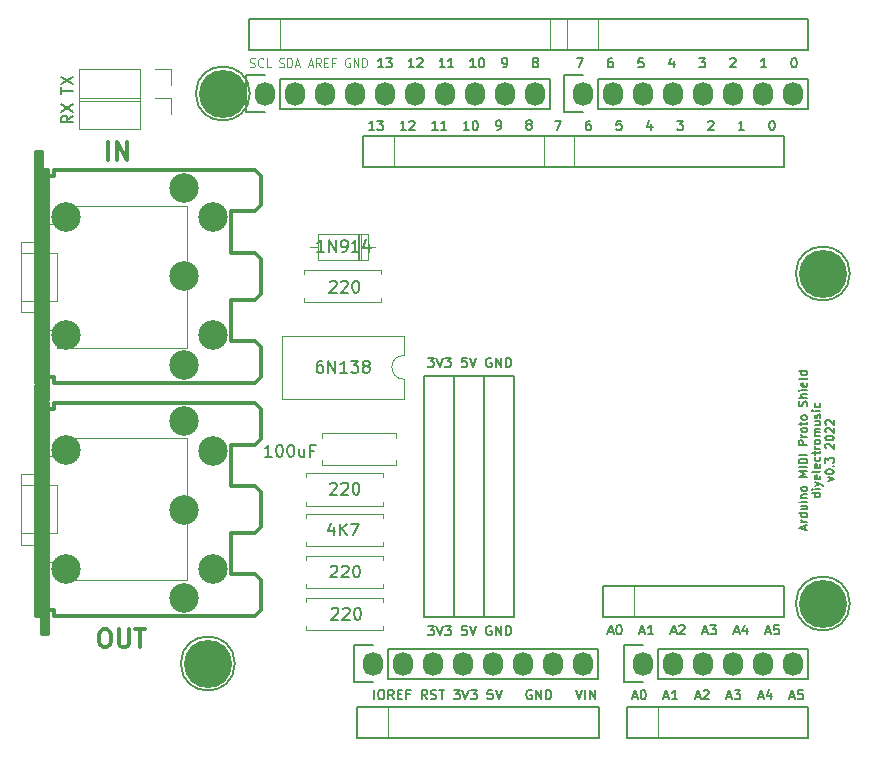
<source format=gbr>
%TF.GenerationSoftware,KiCad,Pcbnew,(6.0.5)*%
%TF.CreationDate,2023-01-02T11:49:04+00:00*%
%TF.ProjectId,ArduinoMIDIProtoShield,41726475-696e-46f4-9d49-444950726f74,rev?*%
%TF.SameCoordinates,Original*%
%TF.FileFunction,Legend,Top*%
%TF.FilePolarity,Positive*%
%FSLAX46Y46*%
G04 Gerber Fmt 4.6, Leading zero omitted, Abs format (unit mm)*
G04 Created by KiCad (PCBNEW (6.0.5)) date 2023-01-02 11:49:04*
%MOMM*%
%LPD*%
G01*
G04 APERTURE LIST*
%ADD10C,0.150000*%
%ADD11C,0.120000*%
%ADD12C,0.100000*%
%ADD13C,0.304800*%
%ADD14O,1.727200X2.032000*%
%ADD15C,4.064000*%
%ADD16C,2.499360*%
G04 APERTURE END LIST*
D10*
X143599342Y-97931904D02*
X144094580Y-97931904D01*
X143827914Y-98236666D01*
X143942200Y-98236666D01*
X144018390Y-98274761D01*
X144056485Y-98312857D01*
X144094580Y-98389047D01*
X144094580Y-98579523D01*
X144056485Y-98655714D01*
X144018390Y-98693809D01*
X143942200Y-98731904D01*
X143713628Y-98731904D01*
X143637438Y-98693809D01*
X143599342Y-98655714D01*
X144323152Y-97931904D02*
X144589819Y-98731904D01*
X144856485Y-97931904D01*
X145046961Y-97931904D02*
X145542200Y-97931904D01*
X145275533Y-98236666D01*
X145389819Y-98236666D01*
X145466009Y-98274761D01*
X145504104Y-98312857D01*
X145542200Y-98389047D01*
X145542200Y-98579523D01*
X145504104Y-98655714D01*
X145466009Y-98693809D01*
X145389819Y-98731904D01*
X145161247Y-98731904D01*
X145085057Y-98693809D01*
X145046961Y-98655714D01*
X146875533Y-97931904D02*
X146494580Y-97931904D01*
X146456485Y-98312857D01*
X146494580Y-98274761D01*
X146570771Y-98236666D01*
X146761247Y-98236666D01*
X146837438Y-98274761D01*
X146875533Y-98312857D01*
X146913628Y-98389047D01*
X146913628Y-98579523D01*
X146875533Y-98655714D01*
X146837438Y-98693809D01*
X146761247Y-98731904D01*
X146570771Y-98731904D01*
X146494580Y-98693809D01*
X146456485Y-98655714D01*
X147142200Y-97931904D02*
X147408866Y-98731904D01*
X147675533Y-97931904D01*
X148970771Y-97970000D02*
X148894580Y-97931904D01*
X148780295Y-97931904D01*
X148666009Y-97970000D01*
X148589819Y-98046190D01*
X148551723Y-98122380D01*
X148513628Y-98274761D01*
X148513628Y-98389047D01*
X148551723Y-98541428D01*
X148589819Y-98617619D01*
X148666009Y-98693809D01*
X148780295Y-98731904D01*
X148856485Y-98731904D01*
X148970771Y-98693809D01*
X149008866Y-98655714D01*
X149008866Y-98389047D01*
X148856485Y-98389047D01*
X149351723Y-98731904D02*
X149351723Y-97931904D01*
X149808866Y-98731904D01*
X149808866Y-97931904D01*
X150189819Y-98731904D02*
X150189819Y-97931904D01*
X150380295Y-97931904D01*
X150494580Y-97970000D01*
X150570771Y-98046190D01*
X150608866Y-98122380D01*
X150646961Y-98274761D01*
X150646961Y-98389047D01*
X150608866Y-98541428D01*
X150570771Y-98617619D01*
X150494580Y-98693809D01*
X150380295Y-98731904D01*
X150189819Y-98731904D01*
D11*
X155388000Y-70586000D02*
X155388000Y-69280000D01*
D10*
X158060000Y-130135000D02*
X137610000Y-130135000D01*
X137610000Y-130135000D02*
X137610000Y-127505000D01*
X137610000Y-127505000D02*
X158060000Y-127505000D01*
X158060000Y-127505000D02*
X158060000Y-130135000D01*
X175828000Y-130140000D02*
X160458000Y-130140000D01*
X160458000Y-130140000D02*
X160458000Y-127510000D01*
X160458000Y-127510000D02*
X175828000Y-127510000D01*
X175828000Y-127510000D02*
X175828000Y-130140000D01*
X173790000Y-119910000D02*
X158420000Y-119910000D01*
X158420000Y-119910000D02*
X158420000Y-117280000D01*
X158420000Y-117280000D02*
X173790000Y-117280000D01*
X173790000Y-117280000D02*
X173790000Y-119910000D01*
X175820000Y-71900000D02*
X128460000Y-71900000D01*
X128460000Y-71900000D02*
X128460000Y-69270000D01*
X128460000Y-69270000D02*
X175820000Y-69270000D01*
X175820000Y-69270000D02*
X175820000Y-71900000D01*
X173790000Y-81800000D02*
X138110000Y-81800000D01*
X138110000Y-81800000D02*
X138110000Y-79170000D01*
X138110000Y-79170000D02*
X173790000Y-79170000D01*
X173790000Y-79170000D02*
X173790000Y-81800000D01*
X139047619Y-126861904D02*
X139047619Y-126061904D01*
X139580952Y-126061904D02*
X139733333Y-126061904D01*
X139809523Y-126100000D01*
X139885714Y-126176190D01*
X139923809Y-126328571D01*
X139923809Y-126595238D01*
X139885714Y-126747619D01*
X139809523Y-126823809D01*
X139733333Y-126861904D01*
X139580952Y-126861904D01*
X139504761Y-126823809D01*
X139428571Y-126747619D01*
X139390476Y-126595238D01*
X139390476Y-126328571D01*
X139428571Y-126176190D01*
X139504761Y-126100000D01*
X139580952Y-126061904D01*
X140723809Y-126861904D02*
X140457142Y-126480952D01*
X140266666Y-126861904D02*
X140266666Y-126061904D01*
X140571428Y-126061904D01*
X140647619Y-126100000D01*
X140685714Y-126138095D01*
X140723809Y-126214285D01*
X140723809Y-126328571D01*
X140685714Y-126404761D01*
X140647619Y-126442857D01*
X140571428Y-126480952D01*
X140266666Y-126480952D01*
X141066666Y-126442857D02*
X141333333Y-126442857D01*
X141447619Y-126861904D02*
X141066666Y-126861904D01*
X141066666Y-126061904D01*
X141447619Y-126061904D01*
X142057142Y-126442857D02*
X141790476Y-126442857D01*
X141790476Y-126861904D02*
X141790476Y-126061904D01*
X142171428Y-126061904D01*
X143542857Y-126861904D02*
X143276190Y-126480952D01*
X143085714Y-126861904D02*
X143085714Y-126061904D01*
X143390476Y-126061904D01*
X143466666Y-126100000D01*
X143504761Y-126138095D01*
X143542857Y-126214285D01*
X143542857Y-126328571D01*
X143504761Y-126404761D01*
X143466666Y-126442857D01*
X143390476Y-126480952D01*
X143085714Y-126480952D01*
X143847619Y-126823809D02*
X143961904Y-126861904D01*
X144152380Y-126861904D01*
X144228571Y-126823809D01*
X144266666Y-126785714D01*
X144304761Y-126709523D01*
X144304761Y-126633333D01*
X144266666Y-126557142D01*
X144228571Y-126519047D01*
X144152380Y-126480952D01*
X144000000Y-126442857D01*
X143923809Y-126404761D01*
X143885714Y-126366666D01*
X143847619Y-126290476D01*
X143847619Y-126214285D01*
X143885714Y-126138095D01*
X143923809Y-126100000D01*
X144000000Y-126061904D01*
X144190476Y-126061904D01*
X144304761Y-126100000D01*
X144533333Y-126061904D02*
X144990476Y-126061904D01*
X144761904Y-126861904D02*
X144761904Y-126061904D01*
X145790476Y-126061904D02*
X146285714Y-126061904D01*
X146019047Y-126366666D01*
X146133333Y-126366666D01*
X146209523Y-126404761D01*
X146247619Y-126442857D01*
X146285714Y-126519047D01*
X146285714Y-126709523D01*
X146247619Y-126785714D01*
X146209523Y-126823809D01*
X146133333Y-126861904D01*
X145904761Y-126861904D01*
X145828571Y-126823809D01*
X145790476Y-126785714D01*
X146514285Y-126061904D02*
X146780952Y-126861904D01*
X147047619Y-126061904D01*
X147238095Y-126061904D02*
X147733333Y-126061904D01*
X147466666Y-126366666D01*
X147580952Y-126366666D01*
X147657142Y-126404761D01*
X147695238Y-126442857D01*
X147733333Y-126519047D01*
X147733333Y-126709523D01*
X147695238Y-126785714D01*
X147657142Y-126823809D01*
X147580952Y-126861904D01*
X147352380Y-126861904D01*
X147276190Y-126823809D01*
X147238095Y-126785714D01*
X149066666Y-126061904D02*
X148685714Y-126061904D01*
X148647619Y-126442857D01*
X148685714Y-126404761D01*
X148761904Y-126366666D01*
X148952380Y-126366666D01*
X149028571Y-126404761D01*
X149066666Y-126442857D01*
X149104761Y-126519047D01*
X149104761Y-126709523D01*
X149066666Y-126785714D01*
X149028571Y-126823809D01*
X148952380Y-126861904D01*
X148761904Y-126861904D01*
X148685714Y-126823809D01*
X148647619Y-126785714D01*
X149333333Y-126061904D02*
X149600000Y-126861904D01*
X149866666Y-126061904D01*
X152380952Y-126100000D02*
X152304761Y-126061904D01*
X152190476Y-126061904D01*
X152076190Y-126100000D01*
X152000000Y-126176190D01*
X151961904Y-126252380D01*
X151923809Y-126404761D01*
X151923809Y-126519047D01*
X151961904Y-126671428D01*
X152000000Y-126747619D01*
X152076190Y-126823809D01*
X152190476Y-126861904D01*
X152266666Y-126861904D01*
X152380952Y-126823809D01*
X152419047Y-126785714D01*
X152419047Y-126519047D01*
X152266666Y-126519047D01*
X152761904Y-126861904D02*
X152761904Y-126061904D01*
X153219047Y-126861904D01*
X153219047Y-126061904D01*
X153600000Y-126861904D02*
X153600000Y-126061904D01*
X153790476Y-126061904D01*
X153904761Y-126100000D01*
X153980952Y-126176190D01*
X154019047Y-126252380D01*
X154057142Y-126404761D01*
X154057142Y-126519047D01*
X154019047Y-126671428D01*
X153980952Y-126747619D01*
X153904761Y-126823809D01*
X153790476Y-126861904D01*
X153600000Y-126861904D01*
X156114285Y-126061904D02*
X156380952Y-126861904D01*
X156647619Y-126061904D01*
X156914285Y-126861904D02*
X156914285Y-126061904D01*
X157295238Y-126861904D02*
X157295238Y-126061904D01*
X157752380Y-126861904D01*
X157752380Y-126061904D01*
X160921904Y-126633333D02*
X161302857Y-126633333D01*
X160845714Y-126861904D02*
X161112380Y-126061904D01*
X161379047Y-126861904D01*
X161798095Y-126061904D02*
X161874285Y-126061904D01*
X161950476Y-126100000D01*
X161988571Y-126138095D01*
X162026666Y-126214285D01*
X162064761Y-126366666D01*
X162064761Y-126557142D01*
X162026666Y-126709523D01*
X161988571Y-126785714D01*
X161950476Y-126823809D01*
X161874285Y-126861904D01*
X161798095Y-126861904D01*
X161721904Y-126823809D01*
X161683809Y-126785714D01*
X161645714Y-126709523D01*
X161607619Y-126557142D01*
X161607619Y-126366666D01*
X161645714Y-126214285D01*
X161683809Y-126138095D01*
X161721904Y-126100000D01*
X161798095Y-126061904D01*
X163588571Y-126633333D02*
X163969523Y-126633333D01*
X163512380Y-126861904D02*
X163779047Y-126061904D01*
X164045714Y-126861904D01*
X164731428Y-126861904D02*
X164274285Y-126861904D01*
X164502857Y-126861904D02*
X164502857Y-126061904D01*
X164426666Y-126176190D01*
X164350476Y-126252380D01*
X164274285Y-126290476D01*
X166255238Y-126633333D02*
X166636190Y-126633333D01*
X166179047Y-126861904D02*
X166445714Y-126061904D01*
X166712380Y-126861904D01*
X166940952Y-126138095D02*
X166979047Y-126100000D01*
X167055238Y-126061904D01*
X167245714Y-126061904D01*
X167321904Y-126100000D01*
X167360000Y-126138095D01*
X167398095Y-126214285D01*
X167398095Y-126290476D01*
X167360000Y-126404761D01*
X166902857Y-126861904D01*
X167398095Y-126861904D01*
X168921904Y-126633333D02*
X169302857Y-126633333D01*
X168845714Y-126861904D02*
X169112380Y-126061904D01*
X169379047Y-126861904D01*
X169569523Y-126061904D02*
X170064761Y-126061904D01*
X169798095Y-126366666D01*
X169912380Y-126366666D01*
X169988571Y-126404761D01*
X170026666Y-126442857D01*
X170064761Y-126519047D01*
X170064761Y-126709523D01*
X170026666Y-126785714D01*
X169988571Y-126823809D01*
X169912380Y-126861904D01*
X169683809Y-126861904D01*
X169607619Y-126823809D01*
X169569523Y-126785714D01*
X171588571Y-126633333D02*
X171969523Y-126633333D01*
X171512380Y-126861904D02*
X171779047Y-126061904D01*
X172045714Y-126861904D01*
X172655238Y-126328571D02*
X172655238Y-126861904D01*
X172464761Y-126023809D02*
X172274285Y-126595238D01*
X172769523Y-126595238D01*
X174255238Y-126633333D02*
X174636190Y-126633333D01*
X174179047Y-126861904D02*
X174445714Y-126061904D01*
X174712380Y-126861904D01*
X175360000Y-126061904D02*
X174979047Y-126061904D01*
X174940952Y-126442857D01*
X174979047Y-126404761D01*
X175055238Y-126366666D01*
X175245714Y-126366666D01*
X175321904Y-126404761D01*
X175360000Y-126442857D01*
X175398095Y-126519047D01*
X175398095Y-126709523D01*
X175360000Y-126785714D01*
X175321904Y-126823809D01*
X175245714Y-126861904D01*
X175055238Y-126861904D01*
X174979047Y-126823809D01*
X174940952Y-126785714D01*
D12*
X128550000Y-73323809D02*
X128650000Y-73361904D01*
X128816666Y-73361904D01*
X128883333Y-73323809D01*
X128916666Y-73285714D01*
X128950000Y-73209523D01*
X128950000Y-73133333D01*
X128916666Y-73057142D01*
X128883333Y-73019047D01*
X128816666Y-72980952D01*
X128683333Y-72942857D01*
X128616666Y-72904761D01*
X128583333Y-72866666D01*
X128550000Y-72790476D01*
X128550000Y-72714285D01*
X128583333Y-72638095D01*
X128616666Y-72600000D01*
X128683333Y-72561904D01*
X128850000Y-72561904D01*
X128950000Y-72600000D01*
X129650000Y-73285714D02*
X129616666Y-73323809D01*
X129516666Y-73361904D01*
X129450000Y-73361904D01*
X129350000Y-73323809D01*
X129283333Y-73247619D01*
X129250000Y-73171428D01*
X129216666Y-73019047D01*
X129216666Y-72904761D01*
X129250000Y-72752380D01*
X129283333Y-72676190D01*
X129350000Y-72600000D01*
X129450000Y-72561904D01*
X129516666Y-72561904D01*
X129616666Y-72600000D01*
X129650000Y-72638095D01*
X130283333Y-73361904D02*
X129950000Y-73361904D01*
X129950000Y-72561904D01*
X131016666Y-73323809D02*
X131116666Y-73361904D01*
X131283333Y-73361904D01*
X131350000Y-73323809D01*
X131383333Y-73285714D01*
X131416666Y-73209523D01*
X131416666Y-73133333D01*
X131383333Y-73057142D01*
X131350000Y-73019047D01*
X131283333Y-72980952D01*
X131150000Y-72942857D01*
X131083333Y-72904761D01*
X131050000Y-72866666D01*
X131016666Y-72790476D01*
X131016666Y-72714285D01*
X131050000Y-72638095D01*
X131083333Y-72600000D01*
X131150000Y-72561904D01*
X131316666Y-72561904D01*
X131416666Y-72600000D01*
X131716666Y-73361904D02*
X131716666Y-72561904D01*
X131883333Y-72561904D01*
X131983333Y-72600000D01*
X132050000Y-72676190D01*
X132083333Y-72752380D01*
X132116666Y-72904761D01*
X132116666Y-73019047D01*
X132083333Y-73171428D01*
X132050000Y-73247619D01*
X131983333Y-73323809D01*
X131883333Y-73361904D01*
X131716666Y-73361904D01*
X132383333Y-73133333D02*
X132716666Y-73133333D01*
X132316666Y-73361904D02*
X132550000Y-72561904D01*
X132783333Y-73361904D01*
X133516666Y-73133333D02*
X133850000Y-73133333D01*
X133450000Y-73361904D02*
X133683333Y-72561904D01*
X133916666Y-73361904D01*
X134550000Y-73361904D02*
X134316666Y-72980952D01*
X134150000Y-73361904D02*
X134150000Y-72561904D01*
X134416666Y-72561904D01*
X134483333Y-72600000D01*
X134516666Y-72638095D01*
X134550000Y-72714285D01*
X134550000Y-72828571D01*
X134516666Y-72904761D01*
X134483333Y-72942857D01*
X134416666Y-72980952D01*
X134150000Y-72980952D01*
X134850000Y-72942857D02*
X135083333Y-72942857D01*
X135183333Y-73361904D02*
X134850000Y-73361904D01*
X134850000Y-72561904D01*
X135183333Y-72561904D01*
X135716666Y-72942857D02*
X135483333Y-72942857D01*
X135483333Y-73361904D02*
X135483333Y-72561904D01*
X135816666Y-72561904D01*
X136983333Y-72600000D02*
X136916666Y-72561904D01*
X136816666Y-72561904D01*
X136716666Y-72600000D01*
X136650000Y-72676190D01*
X136616666Y-72752380D01*
X136583333Y-72904761D01*
X136583333Y-73019047D01*
X136616666Y-73171428D01*
X136650000Y-73247619D01*
X136716666Y-73323809D01*
X136816666Y-73361904D01*
X136883333Y-73361904D01*
X136983333Y-73323809D01*
X137016666Y-73285714D01*
X137016666Y-73019047D01*
X136883333Y-73019047D01*
X137316666Y-73361904D02*
X137316666Y-72561904D01*
X137716666Y-73361904D01*
X137716666Y-72561904D01*
X138050000Y-73361904D02*
X138050000Y-72561904D01*
X138216666Y-72561904D01*
X138316666Y-72600000D01*
X138383333Y-72676190D01*
X138416666Y-72752380D01*
X138450000Y-72904761D01*
X138450000Y-73019047D01*
X138416666Y-73171428D01*
X138383333Y-73247619D01*
X138316666Y-73323809D01*
X138216666Y-73361904D01*
X138050000Y-73361904D01*
D10*
X139826666Y-73361904D02*
X139392380Y-73361904D01*
X139609523Y-73361904D02*
X139609523Y-72561904D01*
X139537142Y-72676190D01*
X139464761Y-72752380D01*
X139392380Y-72790476D01*
X140080000Y-72561904D02*
X140550476Y-72561904D01*
X140297142Y-72866666D01*
X140405714Y-72866666D01*
X140478095Y-72904761D01*
X140514285Y-72942857D01*
X140550476Y-73019047D01*
X140550476Y-73209523D01*
X140514285Y-73285714D01*
X140478095Y-73323809D01*
X140405714Y-73361904D01*
X140188571Y-73361904D01*
X140116190Y-73323809D01*
X140080000Y-73285714D01*
X142432380Y-73361904D02*
X141998095Y-73361904D01*
X142215238Y-73361904D02*
X142215238Y-72561904D01*
X142142857Y-72676190D01*
X142070476Y-72752380D01*
X141998095Y-72790476D01*
X142721904Y-72638095D02*
X142758095Y-72600000D01*
X142830476Y-72561904D01*
X143011428Y-72561904D01*
X143083809Y-72600000D01*
X143120000Y-72638095D01*
X143156190Y-72714285D01*
X143156190Y-72790476D01*
X143120000Y-72904761D01*
X142685714Y-73361904D01*
X143156190Y-73361904D01*
X145038095Y-73361904D02*
X144603809Y-73361904D01*
X144820952Y-73361904D02*
X144820952Y-72561904D01*
X144748571Y-72676190D01*
X144676190Y-72752380D01*
X144603809Y-72790476D01*
X145761904Y-73361904D02*
X145327619Y-73361904D01*
X145544761Y-73361904D02*
X145544761Y-72561904D01*
X145472380Y-72676190D01*
X145400000Y-72752380D01*
X145327619Y-72790476D01*
X147643809Y-73361904D02*
X147209523Y-73361904D01*
X147426666Y-73361904D02*
X147426666Y-72561904D01*
X147354285Y-72676190D01*
X147281904Y-72752380D01*
X147209523Y-72790476D01*
X148114285Y-72561904D02*
X148186666Y-72561904D01*
X148259047Y-72600000D01*
X148295238Y-72638095D01*
X148331428Y-72714285D01*
X148367619Y-72866666D01*
X148367619Y-73057142D01*
X148331428Y-73209523D01*
X148295238Y-73285714D01*
X148259047Y-73323809D01*
X148186666Y-73361904D01*
X148114285Y-73361904D01*
X148041904Y-73323809D01*
X148005714Y-73285714D01*
X147969523Y-73209523D01*
X147933333Y-73057142D01*
X147933333Y-72866666D01*
X147969523Y-72714285D01*
X148005714Y-72638095D01*
X148041904Y-72600000D01*
X148114285Y-72561904D01*
X149952380Y-73361904D02*
X150104761Y-73361904D01*
X150180952Y-73323809D01*
X150219047Y-73285714D01*
X150295238Y-73171428D01*
X150333333Y-73019047D01*
X150333333Y-72714285D01*
X150295238Y-72638095D01*
X150257142Y-72600000D01*
X150180952Y-72561904D01*
X150028571Y-72561904D01*
X149952380Y-72600000D01*
X149914285Y-72638095D01*
X149876190Y-72714285D01*
X149876190Y-72904761D01*
X149914285Y-72980952D01*
X149952380Y-73019047D01*
X150028571Y-73057142D01*
X150180952Y-73057142D01*
X150257142Y-73019047D01*
X150295238Y-72980952D01*
X150333333Y-72904761D01*
X152619047Y-72904761D02*
X152542857Y-72866666D01*
X152504761Y-72828571D01*
X152466666Y-72752380D01*
X152466666Y-72714285D01*
X152504761Y-72638095D01*
X152542857Y-72600000D01*
X152619047Y-72561904D01*
X152771428Y-72561904D01*
X152847619Y-72600000D01*
X152885714Y-72638095D01*
X152923809Y-72714285D01*
X152923809Y-72752380D01*
X152885714Y-72828571D01*
X152847619Y-72866666D01*
X152771428Y-72904761D01*
X152619047Y-72904761D01*
X152542857Y-72942857D01*
X152504761Y-72980952D01*
X152466666Y-73057142D01*
X152466666Y-73209523D01*
X152504761Y-73285714D01*
X152542857Y-73323809D01*
X152619047Y-73361904D01*
X152771428Y-73361904D01*
X152847619Y-73323809D01*
X152885714Y-73285714D01*
X152923809Y-73209523D01*
X152923809Y-73057142D01*
X152885714Y-72980952D01*
X152847619Y-72942857D01*
X152771428Y-72904761D01*
X156216666Y-72561904D02*
X156750000Y-72561904D01*
X156407142Y-73361904D01*
X159226190Y-72561904D02*
X159073809Y-72561904D01*
X158997619Y-72600000D01*
X158959523Y-72638095D01*
X158883333Y-72752380D01*
X158845238Y-72904761D01*
X158845238Y-73209523D01*
X158883333Y-73285714D01*
X158921428Y-73323809D01*
X158997619Y-73361904D01*
X159150000Y-73361904D01*
X159226190Y-73323809D01*
X159264285Y-73285714D01*
X159302380Y-73209523D01*
X159302380Y-73019047D01*
X159264285Y-72942857D01*
X159226190Y-72904761D01*
X159150000Y-72866666D01*
X158997619Y-72866666D01*
X158921428Y-72904761D01*
X158883333Y-72942857D01*
X158845238Y-73019047D01*
X161854761Y-72561904D02*
X161473809Y-72561904D01*
X161435714Y-72942857D01*
X161473809Y-72904761D01*
X161550000Y-72866666D01*
X161740476Y-72866666D01*
X161816666Y-72904761D01*
X161854761Y-72942857D01*
X161892857Y-73019047D01*
X161892857Y-73209523D01*
X161854761Y-73285714D01*
X161816666Y-73323809D01*
X161740476Y-73361904D01*
X161550000Y-73361904D01*
X161473809Y-73323809D01*
X161435714Y-73285714D01*
X164407142Y-72828571D02*
X164407142Y-73361904D01*
X164216666Y-72523809D02*
X164026190Y-73095238D01*
X164521428Y-73095238D01*
X166578571Y-72561904D02*
X167073809Y-72561904D01*
X166807142Y-72866666D01*
X166921428Y-72866666D01*
X166997619Y-72904761D01*
X167035714Y-72942857D01*
X167073809Y-73019047D01*
X167073809Y-73209523D01*
X167035714Y-73285714D01*
X166997619Y-73323809D01*
X166921428Y-73361904D01*
X166692857Y-73361904D01*
X166616666Y-73323809D01*
X166578571Y-73285714D01*
X169207142Y-72638095D02*
X169245238Y-72600000D01*
X169321428Y-72561904D01*
X169511904Y-72561904D01*
X169588095Y-72600000D01*
X169626190Y-72638095D01*
X169664285Y-72714285D01*
X169664285Y-72790476D01*
X169626190Y-72904761D01*
X169169047Y-73361904D01*
X169664285Y-73361904D01*
X172254761Y-73361904D02*
X171797619Y-73361904D01*
X172026190Y-73361904D02*
X172026190Y-72561904D01*
X171950000Y-72676190D01*
X171873809Y-72752380D01*
X171797619Y-72790476D01*
X174578571Y-72561904D02*
X174654761Y-72561904D01*
X174730952Y-72600000D01*
X174769047Y-72638095D01*
X174807142Y-72714285D01*
X174845238Y-72866666D01*
X174845238Y-73057142D01*
X174807142Y-73209523D01*
X174769047Y-73285714D01*
X174730952Y-73323809D01*
X174654761Y-73361904D01*
X174578571Y-73361904D01*
X174502380Y-73323809D01*
X174464285Y-73285714D01*
X174426190Y-73209523D01*
X174388095Y-73057142D01*
X174388095Y-72866666D01*
X174426190Y-72714285D01*
X174464285Y-72638095D01*
X174502380Y-72600000D01*
X174578571Y-72561904D01*
X143256000Y-119913400D02*
X145846800Y-119913400D01*
X145846800Y-119913400D02*
X145846800Y-99491800D01*
X145846800Y-99491800D02*
X143256000Y-99491800D01*
X143256000Y-99491800D02*
X143256000Y-119913400D01*
X145821400Y-119913400D02*
X148361400Y-119913400D01*
X148361400Y-119913400D02*
X148361400Y-99491800D01*
X148361400Y-99491800D02*
X145821400Y-99491800D01*
X145821400Y-99491800D02*
X145821400Y-119913400D01*
X148361400Y-119913400D02*
X150901400Y-119913400D01*
X150901400Y-119913400D02*
X150901400Y-99491800D01*
X150901400Y-99491800D02*
X148361400Y-99491800D01*
X148361400Y-99491800D02*
X148361400Y-119913400D01*
X158877904Y-121138933D02*
X159258857Y-121138933D01*
X158801714Y-121367504D02*
X159068380Y-120567504D01*
X159335047Y-121367504D01*
X159754095Y-120567504D02*
X159830285Y-120567504D01*
X159906476Y-120605600D01*
X159944571Y-120643695D01*
X159982666Y-120719885D01*
X160020761Y-120872266D01*
X160020761Y-121062742D01*
X159982666Y-121215123D01*
X159944571Y-121291314D01*
X159906476Y-121329409D01*
X159830285Y-121367504D01*
X159754095Y-121367504D01*
X159677904Y-121329409D01*
X159639809Y-121291314D01*
X159601714Y-121215123D01*
X159563619Y-121062742D01*
X159563619Y-120872266D01*
X159601714Y-120719885D01*
X159639809Y-120643695D01*
X159677904Y-120605600D01*
X159754095Y-120567504D01*
X161544571Y-121138933D02*
X161925523Y-121138933D01*
X161468380Y-121367504D02*
X161735047Y-120567504D01*
X162001714Y-121367504D01*
X162687428Y-121367504D02*
X162230285Y-121367504D01*
X162458857Y-121367504D02*
X162458857Y-120567504D01*
X162382666Y-120681790D01*
X162306476Y-120757980D01*
X162230285Y-120796076D01*
X164211238Y-121138933D02*
X164592190Y-121138933D01*
X164135047Y-121367504D02*
X164401714Y-120567504D01*
X164668380Y-121367504D01*
X164896952Y-120643695D02*
X164935047Y-120605600D01*
X165011238Y-120567504D01*
X165201714Y-120567504D01*
X165277904Y-120605600D01*
X165316000Y-120643695D01*
X165354095Y-120719885D01*
X165354095Y-120796076D01*
X165316000Y-120910361D01*
X164858857Y-121367504D01*
X165354095Y-121367504D01*
X166877904Y-121138933D02*
X167258857Y-121138933D01*
X166801714Y-121367504D02*
X167068380Y-120567504D01*
X167335047Y-121367504D01*
X167525523Y-120567504D02*
X168020761Y-120567504D01*
X167754095Y-120872266D01*
X167868380Y-120872266D01*
X167944571Y-120910361D01*
X167982666Y-120948457D01*
X168020761Y-121024647D01*
X168020761Y-121215123D01*
X167982666Y-121291314D01*
X167944571Y-121329409D01*
X167868380Y-121367504D01*
X167639809Y-121367504D01*
X167563619Y-121329409D01*
X167525523Y-121291314D01*
X169544571Y-121138933D02*
X169925523Y-121138933D01*
X169468380Y-121367504D02*
X169735047Y-120567504D01*
X170001714Y-121367504D01*
X170611238Y-120834171D02*
X170611238Y-121367504D01*
X170420761Y-120529409D02*
X170230285Y-121100838D01*
X170725523Y-121100838D01*
X172211238Y-121138933D02*
X172592190Y-121138933D01*
X172135047Y-121367504D02*
X172401714Y-120567504D01*
X172668380Y-121367504D01*
X173316000Y-120567504D02*
X172935047Y-120567504D01*
X172896952Y-120948457D01*
X172935047Y-120910361D01*
X173011238Y-120872266D01*
X173201714Y-120872266D01*
X173277904Y-120910361D01*
X173316000Y-120948457D01*
X173354095Y-121024647D01*
X173354095Y-121215123D01*
X173316000Y-121291314D01*
X173277904Y-121329409D01*
X173201714Y-121367504D01*
X173011238Y-121367504D01*
X172935047Y-121329409D01*
X172896952Y-121291314D01*
X154344266Y-77870104D02*
X154877600Y-77870104D01*
X154534742Y-78670104D01*
X157353790Y-77870104D02*
X157201409Y-77870104D01*
X157125219Y-77908200D01*
X157087123Y-77946295D01*
X157010933Y-78060580D01*
X156972838Y-78212961D01*
X156972838Y-78517723D01*
X157010933Y-78593914D01*
X157049028Y-78632009D01*
X157125219Y-78670104D01*
X157277600Y-78670104D01*
X157353790Y-78632009D01*
X157391885Y-78593914D01*
X157429980Y-78517723D01*
X157429980Y-78327247D01*
X157391885Y-78251057D01*
X157353790Y-78212961D01*
X157277600Y-78174866D01*
X157125219Y-78174866D01*
X157049028Y-78212961D01*
X157010933Y-78251057D01*
X156972838Y-78327247D01*
X159982361Y-77870104D02*
X159601409Y-77870104D01*
X159563314Y-78251057D01*
X159601409Y-78212961D01*
X159677600Y-78174866D01*
X159868076Y-78174866D01*
X159944266Y-78212961D01*
X159982361Y-78251057D01*
X160020457Y-78327247D01*
X160020457Y-78517723D01*
X159982361Y-78593914D01*
X159944266Y-78632009D01*
X159868076Y-78670104D01*
X159677600Y-78670104D01*
X159601409Y-78632009D01*
X159563314Y-78593914D01*
X162534742Y-78136771D02*
X162534742Y-78670104D01*
X162344266Y-77832009D02*
X162153790Y-78403438D01*
X162649028Y-78403438D01*
X164706171Y-77870104D02*
X165201409Y-77870104D01*
X164934742Y-78174866D01*
X165049028Y-78174866D01*
X165125219Y-78212961D01*
X165163314Y-78251057D01*
X165201409Y-78327247D01*
X165201409Y-78517723D01*
X165163314Y-78593914D01*
X165125219Y-78632009D01*
X165049028Y-78670104D01*
X164820457Y-78670104D01*
X164744266Y-78632009D01*
X164706171Y-78593914D01*
X167334742Y-77946295D02*
X167372838Y-77908200D01*
X167449028Y-77870104D01*
X167639504Y-77870104D01*
X167715695Y-77908200D01*
X167753790Y-77946295D01*
X167791885Y-78022485D01*
X167791885Y-78098676D01*
X167753790Y-78212961D01*
X167296647Y-78670104D01*
X167791885Y-78670104D01*
X170382361Y-78670104D02*
X169925219Y-78670104D01*
X170153790Y-78670104D02*
X170153790Y-77870104D01*
X170077600Y-77984390D01*
X170001409Y-78060580D01*
X169925219Y-78098676D01*
X172706171Y-77870104D02*
X172782361Y-77870104D01*
X172858552Y-77908200D01*
X172896647Y-77946295D01*
X172934742Y-78022485D01*
X172972838Y-78174866D01*
X172972838Y-78365342D01*
X172934742Y-78517723D01*
X172896647Y-78593914D01*
X172858552Y-78632009D01*
X172782361Y-78670104D01*
X172706171Y-78670104D01*
X172629980Y-78632009D01*
X172591885Y-78593914D01*
X172553790Y-78517723D01*
X172515695Y-78365342D01*
X172515695Y-78174866D01*
X172553790Y-78022485D01*
X172591885Y-77946295D01*
X172629980Y-77908200D01*
X172706171Y-77870104D01*
X139070600Y-78670104D02*
X138624885Y-78670104D01*
X138847742Y-78670104D02*
X138847742Y-77870104D01*
X138773457Y-77984390D01*
X138699171Y-78060580D01*
X138624885Y-78098676D01*
X139330600Y-77870104D02*
X139813457Y-77870104D01*
X139553457Y-78174866D01*
X139664885Y-78174866D01*
X139739171Y-78212961D01*
X139776314Y-78251057D01*
X139813457Y-78327247D01*
X139813457Y-78517723D01*
X139776314Y-78593914D01*
X139739171Y-78632009D01*
X139664885Y-78670104D01*
X139442028Y-78670104D01*
X139367742Y-78632009D01*
X139330600Y-78593914D01*
X141744885Y-78670104D02*
X141299171Y-78670104D01*
X141522028Y-78670104D02*
X141522028Y-77870104D01*
X141447742Y-77984390D01*
X141373457Y-78060580D01*
X141299171Y-78098676D01*
X142042028Y-77946295D02*
X142079171Y-77908200D01*
X142153457Y-77870104D01*
X142339171Y-77870104D01*
X142413457Y-77908200D01*
X142450600Y-77946295D01*
X142487742Y-78022485D01*
X142487742Y-78098676D01*
X142450600Y-78212961D01*
X142004885Y-78670104D01*
X142487742Y-78670104D01*
X144419171Y-78670104D02*
X143973457Y-78670104D01*
X144196314Y-78670104D02*
X144196314Y-77870104D01*
X144122028Y-77984390D01*
X144047742Y-78060580D01*
X143973457Y-78098676D01*
X145162028Y-78670104D02*
X144716314Y-78670104D01*
X144939171Y-78670104D02*
X144939171Y-77870104D01*
X144864885Y-77984390D01*
X144790600Y-78060580D01*
X144716314Y-78098676D01*
X147093457Y-78670104D02*
X146647742Y-78670104D01*
X146870600Y-78670104D02*
X146870600Y-77870104D01*
X146796314Y-77984390D01*
X146722028Y-78060580D01*
X146647742Y-78098676D01*
X147576314Y-77870104D02*
X147650600Y-77870104D01*
X147724885Y-77908200D01*
X147762028Y-77946295D01*
X147799171Y-78022485D01*
X147836314Y-78174866D01*
X147836314Y-78365342D01*
X147799171Y-78517723D01*
X147762028Y-78593914D01*
X147724885Y-78632009D01*
X147650600Y-78670104D01*
X147576314Y-78670104D01*
X147502028Y-78632009D01*
X147464885Y-78593914D01*
X147427742Y-78517723D01*
X147390600Y-78365342D01*
X147390600Y-78174866D01*
X147427742Y-78022485D01*
X147464885Y-77946295D01*
X147502028Y-77908200D01*
X147576314Y-77870104D01*
X143599342Y-120643704D02*
X144094580Y-120643704D01*
X143827914Y-120948466D01*
X143942200Y-120948466D01*
X144018390Y-120986561D01*
X144056485Y-121024657D01*
X144094580Y-121100847D01*
X144094580Y-121291323D01*
X144056485Y-121367514D01*
X144018390Y-121405609D01*
X143942200Y-121443704D01*
X143713628Y-121443704D01*
X143637438Y-121405609D01*
X143599342Y-121367514D01*
X144323152Y-120643704D02*
X144589819Y-121443704D01*
X144856485Y-120643704D01*
X145046961Y-120643704D02*
X145542200Y-120643704D01*
X145275533Y-120948466D01*
X145389819Y-120948466D01*
X145466009Y-120986561D01*
X145504104Y-121024657D01*
X145542200Y-121100847D01*
X145542200Y-121291323D01*
X145504104Y-121367514D01*
X145466009Y-121405609D01*
X145389819Y-121443704D01*
X145161247Y-121443704D01*
X145085057Y-121405609D01*
X145046961Y-121367514D01*
X146875533Y-120643704D02*
X146494580Y-120643704D01*
X146456485Y-121024657D01*
X146494580Y-120986561D01*
X146570771Y-120948466D01*
X146761247Y-120948466D01*
X146837438Y-120986561D01*
X146875533Y-121024657D01*
X146913628Y-121100847D01*
X146913628Y-121291323D01*
X146875533Y-121367514D01*
X146837438Y-121405609D01*
X146761247Y-121443704D01*
X146570771Y-121443704D01*
X146494580Y-121405609D01*
X146456485Y-121367514D01*
X147142200Y-120643704D02*
X147408866Y-121443704D01*
X147675533Y-120643704D01*
X148970771Y-120681800D02*
X148894580Y-120643704D01*
X148780295Y-120643704D01*
X148666009Y-120681800D01*
X148589819Y-120757990D01*
X148551723Y-120834180D01*
X148513628Y-120986561D01*
X148513628Y-121100847D01*
X148551723Y-121253228D01*
X148589819Y-121329419D01*
X148666009Y-121405609D01*
X148780295Y-121443704D01*
X148856485Y-121443704D01*
X148970771Y-121405609D01*
X149008866Y-121367514D01*
X149008866Y-121100847D01*
X148856485Y-121100847D01*
X149351723Y-121443704D02*
X149351723Y-120643704D01*
X149808866Y-121443704D01*
X149808866Y-120643704D01*
X150189819Y-121443704D02*
X150189819Y-120643704D01*
X150380295Y-120643704D01*
X150494580Y-120681800D01*
X150570771Y-120757990D01*
X150608866Y-120834180D01*
X150646961Y-120986561D01*
X150646961Y-121100847D01*
X150608866Y-121253228D01*
X150570771Y-121329419D01*
X150494580Y-121405609D01*
X150380295Y-121443704D01*
X150189819Y-121443704D01*
X149428380Y-78644704D02*
X149580761Y-78644704D01*
X149656952Y-78606609D01*
X149695047Y-78568514D01*
X149771238Y-78454228D01*
X149809333Y-78301847D01*
X149809333Y-77997085D01*
X149771238Y-77920895D01*
X149733142Y-77882800D01*
X149656952Y-77844704D01*
X149504571Y-77844704D01*
X149428380Y-77882800D01*
X149390285Y-77920895D01*
X149352190Y-77997085D01*
X149352190Y-78187561D01*
X149390285Y-78263752D01*
X149428380Y-78301847D01*
X149504571Y-78339942D01*
X149656952Y-78339942D01*
X149733142Y-78301847D01*
X149771238Y-78263752D01*
X149809333Y-78187561D01*
X152095047Y-78187561D02*
X152018857Y-78149466D01*
X151980761Y-78111371D01*
X151942666Y-78035180D01*
X151942666Y-77997085D01*
X151980761Y-77920895D01*
X152018857Y-77882800D01*
X152095047Y-77844704D01*
X152247428Y-77844704D01*
X152323619Y-77882800D01*
X152361714Y-77920895D01*
X152399809Y-77997085D01*
X152399809Y-78035180D01*
X152361714Y-78111371D01*
X152323619Y-78149466D01*
X152247428Y-78187561D01*
X152095047Y-78187561D01*
X152018857Y-78225657D01*
X151980761Y-78263752D01*
X151942666Y-78339942D01*
X151942666Y-78492323D01*
X151980761Y-78568514D01*
X152018857Y-78606609D01*
X152095047Y-78644704D01*
X152247428Y-78644704D01*
X152323619Y-78606609D01*
X152361714Y-78568514D01*
X152399809Y-78492323D01*
X152399809Y-78339942D01*
X152361714Y-78263752D01*
X152323619Y-78225657D01*
X152247428Y-78187561D01*
X175494266Y-112482266D02*
X175494266Y-112148933D01*
X175694266Y-112548933D02*
X174994266Y-112315600D01*
X175694266Y-112082266D01*
X175694266Y-111848933D02*
X175227600Y-111848933D01*
X175360933Y-111848933D02*
X175294266Y-111815600D01*
X175260933Y-111782266D01*
X175227600Y-111715600D01*
X175227600Y-111648933D01*
X175694266Y-111115600D02*
X174994266Y-111115600D01*
X175660933Y-111115600D02*
X175694266Y-111182266D01*
X175694266Y-111315600D01*
X175660933Y-111382266D01*
X175627600Y-111415600D01*
X175560933Y-111448933D01*
X175360933Y-111448933D01*
X175294266Y-111415600D01*
X175260933Y-111382266D01*
X175227600Y-111315600D01*
X175227600Y-111182266D01*
X175260933Y-111115600D01*
X175227600Y-110482266D02*
X175694266Y-110482266D01*
X175227600Y-110782266D02*
X175594266Y-110782266D01*
X175660933Y-110748933D01*
X175694266Y-110682266D01*
X175694266Y-110582266D01*
X175660933Y-110515600D01*
X175627600Y-110482266D01*
X175694266Y-110148933D02*
X175227600Y-110148933D01*
X174994266Y-110148933D02*
X175027600Y-110182266D01*
X175060933Y-110148933D01*
X175027600Y-110115600D01*
X174994266Y-110148933D01*
X175060933Y-110148933D01*
X175227600Y-109815600D02*
X175694266Y-109815600D01*
X175294266Y-109815600D02*
X175260933Y-109782266D01*
X175227600Y-109715600D01*
X175227600Y-109615600D01*
X175260933Y-109548933D01*
X175327600Y-109515600D01*
X175694266Y-109515600D01*
X175694266Y-109082266D02*
X175660933Y-109148933D01*
X175627600Y-109182266D01*
X175560933Y-109215600D01*
X175360933Y-109215600D01*
X175294266Y-109182266D01*
X175260933Y-109148933D01*
X175227600Y-109082266D01*
X175227600Y-108982266D01*
X175260933Y-108915600D01*
X175294266Y-108882266D01*
X175360933Y-108848933D01*
X175560933Y-108848933D01*
X175627600Y-108882266D01*
X175660933Y-108915600D01*
X175694266Y-108982266D01*
X175694266Y-109082266D01*
X175694266Y-108015600D02*
X174994266Y-108015600D01*
X175494266Y-107782266D01*
X174994266Y-107548933D01*
X175694266Y-107548933D01*
X175694266Y-107215600D02*
X174994266Y-107215600D01*
X175694266Y-106882266D02*
X174994266Y-106882266D01*
X174994266Y-106715600D01*
X175027600Y-106615600D01*
X175094266Y-106548933D01*
X175160933Y-106515600D01*
X175294266Y-106482266D01*
X175394266Y-106482266D01*
X175527600Y-106515600D01*
X175594266Y-106548933D01*
X175660933Y-106615600D01*
X175694266Y-106715600D01*
X175694266Y-106882266D01*
X175694266Y-106182266D02*
X174994266Y-106182266D01*
X175694266Y-105315600D02*
X174994266Y-105315600D01*
X174994266Y-105048933D01*
X175027600Y-104982266D01*
X175060933Y-104948933D01*
X175127600Y-104915600D01*
X175227600Y-104915600D01*
X175294266Y-104948933D01*
X175327600Y-104982266D01*
X175360933Y-105048933D01*
X175360933Y-105315600D01*
X175694266Y-104615600D02*
X175227600Y-104615600D01*
X175360933Y-104615600D02*
X175294266Y-104582266D01*
X175260933Y-104548933D01*
X175227600Y-104482266D01*
X175227600Y-104415600D01*
X175694266Y-104082266D02*
X175660933Y-104148933D01*
X175627600Y-104182266D01*
X175560933Y-104215600D01*
X175360933Y-104215600D01*
X175294266Y-104182266D01*
X175260933Y-104148933D01*
X175227600Y-104082266D01*
X175227600Y-103982266D01*
X175260933Y-103915600D01*
X175294266Y-103882266D01*
X175360933Y-103848933D01*
X175560933Y-103848933D01*
X175627600Y-103882266D01*
X175660933Y-103915600D01*
X175694266Y-103982266D01*
X175694266Y-104082266D01*
X175227600Y-103648933D02*
X175227600Y-103382266D01*
X174994266Y-103548933D02*
X175594266Y-103548933D01*
X175660933Y-103515600D01*
X175694266Y-103448933D01*
X175694266Y-103382266D01*
X175694266Y-103048933D02*
X175660933Y-103115600D01*
X175627600Y-103148933D01*
X175560933Y-103182266D01*
X175360933Y-103182266D01*
X175294266Y-103148933D01*
X175260933Y-103115600D01*
X175227600Y-103048933D01*
X175227600Y-102948933D01*
X175260933Y-102882266D01*
X175294266Y-102848933D01*
X175360933Y-102815600D01*
X175560933Y-102815600D01*
X175627600Y-102848933D01*
X175660933Y-102882266D01*
X175694266Y-102948933D01*
X175694266Y-103048933D01*
X175660933Y-102015600D02*
X175694266Y-101915600D01*
X175694266Y-101748933D01*
X175660933Y-101682266D01*
X175627600Y-101648933D01*
X175560933Y-101615600D01*
X175494266Y-101615600D01*
X175427600Y-101648933D01*
X175394266Y-101682266D01*
X175360933Y-101748933D01*
X175327600Y-101882266D01*
X175294266Y-101948933D01*
X175260933Y-101982266D01*
X175194266Y-102015600D01*
X175127600Y-102015600D01*
X175060933Y-101982266D01*
X175027600Y-101948933D01*
X174994266Y-101882266D01*
X174994266Y-101715600D01*
X175027600Y-101615600D01*
X175694266Y-101315600D02*
X174994266Y-101315600D01*
X175694266Y-101015600D02*
X175327600Y-101015600D01*
X175260933Y-101048933D01*
X175227600Y-101115600D01*
X175227600Y-101215600D01*
X175260933Y-101282266D01*
X175294266Y-101315600D01*
X175694266Y-100682266D02*
X175227600Y-100682266D01*
X174994266Y-100682266D02*
X175027600Y-100715600D01*
X175060933Y-100682266D01*
X175027600Y-100648933D01*
X174994266Y-100682266D01*
X175060933Y-100682266D01*
X175660933Y-100082266D02*
X175694266Y-100148933D01*
X175694266Y-100282266D01*
X175660933Y-100348933D01*
X175594266Y-100382266D01*
X175327600Y-100382266D01*
X175260933Y-100348933D01*
X175227600Y-100282266D01*
X175227600Y-100148933D01*
X175260933Y-100082266D01*
X175327600Y-100048933D01*
X175394266Y-100048933D01*
X175460933Y-100382266D01*
X175694266Y-99648933D02*
X175660933Y-99715600D01*
X175594266Y-99748933D01*
X174994266Y-99748933D01*
X175694266Y-99082266D02*
X174994266Y-99082266D01*
X175660933Y-99082266D02*
X175694266Y-99148933D01*
X175694266Y-99282266D01*
X175660933Y-99348933D01*
X175627600Y-99382266D01*
X175560933Y-99415600D01*
X175360933Y-99415600D01*
X175294266Y-99382266D01*
X175260933Y-99348933D01*
X175227600Y-99282266D01*
X175227600Y-99148933D01*
X175260933Y-99082266D01*
X176821266Y-109398933D02*
X176121266Y-109398933D01*
X176787933Y-109398933D02*
X176821266Y-109465600D01*
X176821266Y-109598933D01*
X176787933Y-109665600D01*
X176754600Y-109698933D01*
X176687933Y-109732266D01*
X176487933Y-109732266D01*
X176421266Y-109698933D01*
X176387933Y-109665600D01*
X176354600Y-109598933D01*
X176354600Y-109465600D01*
X176387933Y-109398933D01*
X176821266Y-109065600D02*
X176354600Y-109065600D01*
X176121266Y-109065600D02*
X176154600Y-109098933D01*
X176187933Y-109065600D01*
X176154600Y-109032266D01*
X176121266Y-109065600D01*
X176187933Y-109065600D01*
X176354600Y-108798933D02*
X176821266Y-108632266D01*
X176354600Y-108465600D02*
X176821266Y-108632266D01*
X176987933Y-108698933D01*
X177021266Y-108732266D01*
X177054600Y-108798933D01*
X176787933Y-107932266D02*
X176821266Y-107998933D01*
X176821266Y-108132266D01*
X176787933Y-108198933D01*
X176721266Y-108232266D01*
X176454600Y-108232266D01*
X176387933Y-108198933D01*
X176354600Y-108132266D01*
X176354600Y-107998933D01*
X176387933Y-107932266D01*
X176454600Y-107898933D01*
X176521266Y-107898933D01*
X176587933Y-108232266D01*
X176821266Y-107498933D02*
X176787933Y-107565600D01*
X176721266Y-107598933D01*
X176121266Y-107598933D01*
X176787933Y-106965600D02*
X176821266Y-107032266D01*
X176821266Y-107165600D01*
X176787933Y-107232266D01*
X176721266Y-107265600D01*
X176454600Y-107265600D01*
X176387933Y-107232266D01*
X176354600Y-107165600D01*
X176354600Y-107032266D01*
X176387933Y-106965600D01*
X176454600Y-106932266D01*
X176521266Y-106932266D01*
X176587933Y-107265600D01*
X176787933Y-106332266D02*
X176821266Y-106398933D01*
X176821266Y-106532266D01*
X176787933Y-106598933D01*
X176754600Y-106632266D01*
X176687933Y-106665600D01*
X176487933Y-106665600D01*
X176421266Y-106632266D01*
X176387933Y-106598933D01*
X176354600Y-106532266D01*
X176354600Y-106398933D01*
X176387933Y-106332266D01*
X176354600Y-106132266D02*
X176354600Y-105865600D01*
X176121266Y-106032266D02*
X176721266Y-106032266D01*
X176787933Y-105998933D01*
X176821266Y-105932266D01*
X176821266Y-105865600D01*
X176821266Y-105632266D02*
X176354600Y-105632266D01*
X176487933Y-105632266D02*
X176421266Y-105598933D01*
X176387933Y-105565600D01*
X176354600Y-105498933D01*
X176354600Y-105432266D01*
X176821266Y-105098933D02*
X176787933Y-105165600D01*
X176754600Y-105198933D01*
X176687933Y-105232266D01*
X176487933Y-105232266D01*
X176421266Y-105198933D01*
X176387933Y-105165600D01*
X176354600Y-105098933D01*
X176354600Y-104998933D01*
X176387933Y-104932266D01*
X176421266Y-104898933D01*
X176487933Y-104865600D01*
X176687933Y-104865600D01*
X176754600Y-104898933D01*
X176787933Y-104932266D01*
X176821266Y-104998933D01*
X176821266Y-105098933D01*
X176821266Y-104565600D02*
X176354600Y-104565600D01*
X176421266Y-104565600D02*
X176387933Y-104532266D01*
X176354600Y-104465600D01*
X176354600Y-104365600D01*
X176387933Y-104298933D01*
X176454600Y-104265600D01*
X176821266Y-104265600D01*
X176454600Y-104265600D02*
X176387933Y-104232266D01*
X176354600Y-104165600D01*
X176354600Y-104065600D01*
X176387933Y-103998933D01*
X176454600Y-103965600D01*
X176821266Y-103965600D01*
X176354600Y-103332266D02*
X176821266Y-103332266D01*
X176354600Y-103632266D02*
X176721266Y-103632266D01*
X176787933Y-103598933D01*
X176821266Y-103532266D01*
X176821266Y-103432266D01*
X176787933Y-103365600D01*
X176754600Y-103332266D01*
X176787933Y-103032266D02*
X176821266Y-102965600D01*
X176821266Y-102832266D01*
X176787933Y-102765600D01*
X176721266Y-102732266D01*
X176687933Y-102732266D01*
X176621266Y-102765600D01*
X176587933Y-102832266D01*
X176587933Y-102932266D01*
X176554600Y-102998933D01*
X176487933Y-103032266D01*
X176454600Y-103032266D01*
X176387933Y-102998933D01*
X176354600Y-102932266D01*
X176354600Y-102832266D01*
X176387933Y-102765600D01*
X176821266Y-102432266D02*
X176354600Y-102432266D01*
X176121266Y-102432266D02*
X176154600Y-102465600D01*
X176187933Y-102432266D01*
X176154600Y-102398933D01*
X176121266Y-102432266D01*
X176187933Y-102432266D01*
X176787933Y-101798933D02*
X176821266Y-101865600D01*
X176821266Y-101998933D01*
X176787933Y-102065600D01*
X176754600Y-102098933D01*
X176687933Y-102132266D01*
X176487933Y-102132266D01*
X176421266Y-102098933D01*
X176387933Y-102065600D01*
X176354600Y-101998933D01*
X176354600Y-101865600D01*
X176387933Y-101798933D01*
X177481600Y-108365600D02*
X177948266Y-108198933D01*
X177481600Y-108032266D01*
X177248266Y-107632266D02*
X177248266Y-107565600D01*
X177281600Y-107498933D01*
X177314933Y-107465600D01*
X177381600Y-107432266D01*
X177514933Y-107398933D01*
X177681600Y-107398933D01*
X177814933Y-107432266D01*
X177881600Y-107465600D01*
X177914933Y-107498933D01*
X177948266Y-107565600D01*
X177948266Y-107632266D01*
X177914933Y-107698933D01*
X177881600Y-107732266D01*
X177814933Y-107765600D01*
X177681600Y-107798933D01*
X177514933Y-107798933D01*
X177381600Y-107765600D01*
X177314933Y-107732266D01*
X177281600Y-107698933D01*
X177248266Y-107632266D01*
X177881600Y-107098933D02*
X177914933Y-107065600D01*
X177948266Y-107098933D01*
X177914933Y-107132266D01*
X177881600Y-107098933D01*
X177948266Y-107098933D01*
X177248266Y-106832266D02*
X177248266Y-106398933D01*
X177514933Y-106632266D01*
X177514933Y-106532266D01*
X177548266Y-106465600D01*
X177581600Y-106432266D01*
X177648266Y-106398933D01*
X177814933Y-106398933D01*
X177881600Y-106432266D01*
X177914933Y-106465600D01*
X177948266Y-106532266D01*
X177948266Y-106732266D01*
X177914933Y-106798933D01*
X177881600Y-106832266D01*
X177314933Y-105598933D02*
X177281600Y-105565600D01*
X177248266Y-105498933D01*
X177248266Y-105332266D01*
X177281600Y-105265600D01*
X177314933Y-105232266D01*
X177381600Y-105198933D01*
X177448266Y-105198933D01*
X177548266Y-105232266D01*
X177948266Y-105632266D01*
X177948266Y-105198933D01*
X177248266Y-104765600D02*
X177248266Y-104698933D01*
X177281600Y-104632266D01*
X177314933Y-104598933D01*
X177381600Y-104565600D01*
X177514933Y-104532266D01*
X177681600Y-104532266D01*
X177814933Y-104565600D01*
X177881600Y-104598933D01*
X177914933Y-104632266D01*
X177948266Y-104698933D01*
X177948266Y-104765600D01*
X177914933Y-104832266D01*
X177881600Y-104865600D01*
X177814933Y-104898933D01*
X177681600Y-104932266D01*
X177514933Y-104932266D01*
X177381600Y-104898933D01*
X177314933Y-104865600D01*
X177281600Y-104832266D01*
X177248266Y-104765600D01*
X177314933Y-104265600D02*
X177281600Y-104232266D01*
X177248266Y-104165600D01*
X177248266Y-103998933D01*
X177281600Y-103932266D01*
X177314933Y-103898933D01*
X177381600Y-103865600D01*
X177448266Y-103865600D01*
X177548266Y-103898933D01*
X177948266Y-104298933D01*
X177948266Y-103865600D01*
X177314933Y-103598933D02*
X177281600Y-103565600D01*
X177248266Y-103498933D01*
X177248266Y-103332266D01*
X177281600Y-103265600D01*
X177314933Y-103232266D01*
X177381600Y-103198933D01*
X177448266Y-103198933D01*
X177548266Y-103232266D01*
X177948266Y-103632266D01*
X177948266Y-103198933D01*
%TO.C,*%
%TO.C,U1*%
X134661495Y-98207580D02*
X134471019Y-98207580D01*
X134375780Y-98255200D01*
X134328161Y-98302819D01*
X134232923Y-98445676D01*
X134185304Y-98636152D01*
X134185304Y-99017104D01*
X134232923Y-99112342D01*
X134280542Y-99159961D01*
X134375780Y-99207580D01*
X134566257Y-99207580D01*
X134661495Y-99159961D01*
X134709114Y-99112342D01*
X134756733Y-99017104D01*
X134756733Y-98779009D01*
X134709114Y-98683771D01*
X134661495Y-98636152D01*
X134566257Y-98588533D01*
X134375780Y-98588533D01*
X134280542Y-98636152D01*
X134232923Y-98683771D01*
X134185304Y-98779009D01*
X135185304Y-99207580D02*
X135185304Y-98207580D01*
X135756733Y-99207580D01*
X135756733Y-98207580D01*
X136756733Y-99207580D02*
X136185304Y-99207580D01*
X136471019Y-99207580D02*
X136471019Y-98207580D01*
X136375780Y-98350438D01*
X136280542Y-98445676D01*
X136185304Y-98493295D01*
X137090066Y-98207580D02*
X137709114Y-98207580D01*
X137375780Y-98588533D01*
X137518638Y-98588533D01*
X137613876Y-98636152D01*
X137661495Y-98683771D01*
X137709114Y-98779009D01*
X137709114Y-99017104D01*
X137661495Y-99112342D01*
X137613876Y-99159961D01*
X137518638Y-99207580D01*
X137232923Y-99207580D01*
X137137685Y-99159961D01*
X137090066Y-99112342D01*
X138280542Y-98636152D02*
X138185304Y-98588533D01*
X138137685Y-98540914D01*
X138090066Y-98445676D01*
X138090066Y-98398057D01*
X138137685Y-98302819D01*
X138185304Y-98255200D01*
X138280542Y-98207580D01*
X138471019Y-98207580D01*
X138566257Y-98255200D01*
X138613876Y-98302819D01*
X138661495Y-98398057D01*
X138661495Y-98445676D01*
X138613876Y-98540914D01*
X138566257Y-98588533D01*
X138471019Y-98636152D01*
X138280542Y-98636152D01*
X138185304Y-98683771D01*
X138137685Y-98731390D01*
X138090066Y-98826628D01*
X138090066Y-99017104D01*
X138137685Y-99112342D01*
X138185304Y-99159961D01*
X138280542Y-99207580D01*
X138471019Y-99207580D01*
X138566257Y-99159961D01*
X138613876Y-99112342D01*
X138661495Y-99017104D01*
X138661495Y-98826628D01*
X138613876Y-98731390D01*
X138566257Y-98683771D01*
X138471019Y-98636152D01*
%TO.C,*%
%TO.C,R3*%
X135312304Y-91521019D02*
X135359923Y-91473400D01*
X135455161Y-91425780D01*
X135693257Y-91425780D01*
X135788495Y-91473400D01*
X135836114Y-91521019D01*
X135883733Y-91616257D01*
X135883733Y-91711495D01*
X135836114Y-91854352D01*
X135264685Y-92425780D01*
X135883733Y-92425780D01*
X136264685Y-91521019D02*
X136312304Y-91473400D01*
X136407542Y-91425780D01*
X136645638Y-91425780D01*
X136740876Y-91473400D01*
X136788495Y-91521019D01*
X136836114Y-91616257D01*
X136836114Y-91711495D01*
X136788495Y-91854352D01*
X136217066Y-92425780D01*
X136836114Y-92425780D01*
X137455161Y-91425780D02*
X137550400Y-91425780D01*
X137645638Y-91473400D01*
X137693257Y-91521019D01*
X137740876Y-91616257D01*
X137788495Y-91806733D01*
X137788495Y-92044828D01*
X137740876Y-92235304D01*
X137693257Y-92330542D01*
X137645638Y-92378161D01*
X137550400Y-92425780D01*
X137455161Y-92425780D01*
X137359923Y-92378161D01*
X137312304Y-92330542D01*
X137264685Y-92235304D01*
X137217066Y-92044828D01*
X137217066Y-91806733D01*
X137264685Y-91616257D01*
X137312304Y-91521019D01*
X137359923Y-91473400D01*
X137455161Y-91425780D01*
%TO.C,*%
%TO.C,R5*%
X135337704Y-108615219D02*
X135385323Y-108567600D01*
X135480561Y-108519980D01*
X135718657Y-108519980D01*
X135813895Y-108567600D01*
X135861514Y-108615219D01*
X135909133Y-108710457D01*
X135909133Y-108805695D01*
X135861514Y-108948552D01*
X135290085Y-109519980D01*
X135909133Y-109519980D01*
X136290085Y-108615219D02*
X136337704Y-108567600D01*
X136432942Y-108519980D01*
X136671038Y-108519980D01*
X136766276Y-108567600D01*
X136813895Y-108615219D01*
X136861514Y-108710457D01*
X136861514Y-108805695D01*
X136813895Y-108948552D01*
X136242466Y-109519980D01*
X136861514Y-109519980D01*
X137480561Y-108519980D02*
X137575800Y-108519980D01*
X137671038Y-108567600D01*
X137718657Y-108615219D01*
X137766276Y-108710457D01*
X137813895Y-108900933D01*
X137813895Y-109139028D01*
X137766276Y-109329504D01*
X137718657Y-109424742D01*
X137671038Y-109472361D01*
X137575800Y-109519980D01*
X137480561Y-109519980D01*
X137385323Y-109472361D01*
X137337704Y-109424742D01*
X137290085Y-109329504D01*
X137242466Y-109139028D01*
X137242466Y-108900933D01*
X137290085Y-108710457D01*
X137337704Y-108615219D01*
X137385323Y-108567600D01*
X137480561Y-108519980D01*
%TO.C,*%
%TO.C,D1*%
X134807533Y-88971380D02*
X134236104Y-88971380D01*
X134521819Y-88971380D02*
X134521819Y-87971380D01*
X134426580Y-88114238D01*
X134331342Y-88209476D01*
X134236104Y-88257095D01*
X135236104Y-88971380D02*
X135236104Y-87971380D01*
X135807533Y-88971380D01*
X135807533Y-87971380D01*
X136331342Y-88971380D02*
X136521819Y-88971380D01*
X136617057Y-88923761D01*
X136664676Y-88876142D01*
X136759914Y-88733285D01*
X136807533Y-88542809D01*
X136807533Y-88161857D01*
X136759914Y-88066619D01*
X136712295Y-88019000D01*
X136617057Y-87971380D01*
X136426580Y-87971380D01*
X136331342Y-88019000D01*
X136283723Y-88066619D01*
X136236104Y-88161857D01*
X136236104Y-88399952D01*
X136283723Y-88495190D01*
X136331342Y-88542809D01*
X136426580Y-88590428D01*
X136617057Y-88590428D01*
X136712295Y-88542809D01*
X136759914Y-88495190D01*
X136807533Y-88399952D01*
X137759914Y-88971380D02*
X137188485Y-88971380D01*
X137474200Y-88971380D02*
X137474200Y-87971380D01*
X137378961Y-88114238D01*
X137283723Y-88209476D01*
X137188485Y-88257095D01*
X138617057Y-88304714D02*
X138617057Y-88971380D01*
X138378961Y-87923761D02*
X138140866Y-88638047D01*
X138759914Y-88638047D01*
%TO.C,*%
%TO.C,R4*%
X135637685Y-112307714D02*
X135637685Y-112974380D01*
X135399590Y-111926761D02*
X135161495Y-112641047D01*
X135780542Y-112641047D01*
X136161495Y-112974380D02*
X136161495Y-111974380D01*
X136732923Y-112974380D02*
X136304352Y-112402952D01*
X136732923Y-111974380D02*
X136161495Y-112545809D01*
X137066257Y-111974380D02*
X137732923Y-111974380D01*
X137304352Y-112974380D01*
%TO.C,*%
%TO.C,C1*%
X130379980Y-106319580D02*
X129808552Y-106319580D01*
X130094266Y-106319580D02*
X130094266Y-105319580D01*
X129999028Y-105462438D01*
X129903790Y-105557676D01*
X129808552Y-105605295D01*
X130999028Y-105319580D02*
X131094266Y-105319580D01*
X131189504Y-105367200D01*
X131237123Y-105414819D01*
X131284742Y-105510057D01*
X131332361Y-105700533D01*
X131332361Y-105938628D01*
X131284742Y-106129104D01*
X131237123Y-106224342D01*
X131189504Y-106271961D01*
X131094266Y-106319580D01*
X130999028Y-106319580D01*
X130903790Y-106271961D01*
X130856171Y-106224342D01*
X130808552Y-106129104D01*
X130760933Y-105938628D01*
X130760933Y-105700533D01*
X130808552Y-105510057D01*
X130856171Y-105414819D01*
X130903790Y-105367200D01*
X130999028Y-105319580D01*
X131951409Y-105319580D02*
X132046647Y-105319580D01*
X132141885Y-105367200D01*
X132189504Y-105414819D01*
X132237123Y-105510057D01*
X132284742Y-105700533D01*
X132284742Y-105938628D01*
X132237123Y-106129104D01*
X132189504Y-106224342D01*
X132141885Y-106271961D01*
X132046647Y-106319580D01*
X131951409Y-106319580D01*
X131856171Y-106271961D01*
X131808552Y-106224342D01*
X131760933Y-106129104D01*
X131713314Y-105938628D01*
X131713314Y-105700533D01*
X131760933Y-105510057D01*
X131808552Y-105414819D01*
X131856171Y-105367200D01*
X131951409Y-105319580D01*
X133141885Y-105652914D02*
X133141885Y-106319580D01*
X132713314Y-105652914D02*
X132713314Y-106176723D01*
X132760933Y-106271961D01*
X132856171Y-106319580D01*
X132999028Y-106319580D01*
X133094266Y-106271961D01*
X133141885Y-106224342D01*
X133951409Y-105795771D02*
X133618076Y-105795771D01*
X133618076Y-106319580D02*
X133618076Y-105319580D01*
X134094266Y-105319580D01*
%TO.C,*%
D13*
%TO.C,IN1*%
X116554714Y-81189428D02*
X116554714Y-79665428D01*
X117280428Y-81189428D02*
X117280428Y-79665428D01*
X118151285Y-81189428D01*
X118151285Y-79665428D01*
D10*
%TO.C,*%
D13*
%TO.C,OUT1*%
X116126000Y-120927428D02*
X116416285Y-120927428D01*
X116561428Y-121000000D01*
X116706571Y-121145142D01*
X116779142Y-121435428D01*
X116779142Y-121943428D01*
X116706571Y-122233714D01*
X116561428Y-122378857D01*
X116416285Y-122451428D01*
X116126000Y-122451428D01*
X115980857Y-122378857D01*
X115835714Y-122233714D01*
X115763142Y-121943428D01*
X115763142Y-121435428D01*
X115835714Y-121145142D01*
X115980857Y-121000000D01*
X116126000Y-120927428D01*
X117432285Y-120927428D02*
X117432285Y-122161142D01*
X117504857Y-122306285D01*
X117577428Y-122378857D01*
X117722571Y-122451428D01*
X118012857Y-122451428D01*
X118158000Y-122378857D01*
X118230571Y-122306285D01*
X118303142Y-122161142D01*
X118303142Y-120927428D01*
X118811142Y-120927428D02*
X119682000Y-120927428D01*
X119246571Y-122451428D02*
X119246571Y-120927428D01*
D10*
%TO.C,*%
%TO.C,R1*%
X135464704Y-119207019D02*
X135512323Y-119159400D01*
X135607561Y-119111780D01*
X135845657Y-119111780D01*
X135940895Y-119159400D01*
X135988514Y-119207019D01*
X136036133Y-119302257D01*
X136036133Y-119397495D01*
X135988514Y-119540352D01*
X135417085Y-120111780D01*
X136036133Y-120111780D01*
X136417085Y-119207019D02*
X136464704Y-119159400D01*
X136559942Y-119111780D01*
X136798038Y-119111780D01*
X136893276Y-119159400D01*
X136940895Y-119207019D01*
X136988514Y-119302257D01*
X136988514Y-119397495D01*
X136940895Y-119540352D01*
X136369466Y-120111780D01*
X136988514Y-120111780D01*
X137607561Y-119111780D02*
X137702800Y-119111780D01*
X137798038Y-119159400D01*
X137845657Y-119207019D01*
X137893276Y-119302257D01*
X137940895Y-119492733D01*
X137940895Y-119730828D01*
X137893276Y-119921304D01*
X137845657Y-120016542D01*
X137798038Y-120064161D01*
X137702800Y-120111780D01*
X137607561Y-120111780D01*
X137512323Y-120064161D01*
X137464704Y-120016542D01*
X137417085Y-119921304D01*
X137369466Y-119730828D01*
X137369466Y-119492733D01*
X137417085Y-119302257D01*
X137464704Y-119207019D01*
X137512323Y-119159400D01*
X137607561Y-119111780D01*
%TO.C,*%
%TO.C,J4*%
X113547380Y-77446666D02*
X113071190Y-77780000D01*
X113547380Y-78018095D02*
X112547380Y-78018095D01*
X112547380Y-77637142D01*
X112595000Y-77541904D01*
X112642619Y-77494285D01*
X112737857Y-77446666D01*
X112880714Y-77446666D01*
X112975952Y-77494285D01*
X113023571Y-77541904D01*
X113071190Y-77637142D01*
X113071190Y-78018095D01*
X112547380Y-77113333D02*
X113547380Y-76446666D01*
X112547380Y-76446666D02*
X113547380Y-77113333D01*
%TO.C,*%
%TO.C,J3*%
X112547380Y-75601904D02*
X112547380Y-75030476D01*
X113547380Y-75316190D02*
X112547380Y-75316190D01*
X112547380Y-74792380D02*
X113547380Y-74125714D01*
X112547380Y-74125714D02*
X113547380Y-74792380D01*
%TO.C,*%
%TO.C,R2*%
X135363104Y-115625619D02*
X135410723Y-115578000D01*
X135505961Y-115530380D01*
X135744057Y-115530380D01*
X135839295Y-115578000D01*
X135886914Y-115625619D01*
X135934533Y-115720857D01*
X135934533Y-115816095D01*
X135886914Y-115958952D01*
X135315485Y-116530380D01*
X135934533Y-116530380D01*
X136315485Y-115625619D02*
X136363104Y-115578000D01*
X136458342Y-115530380D01*
X136696438Y-115530380D01*
X136791676Y-115578000D01*
X136839295Y-115625619D01*
X136886914Y-115720857D01*
X136886914Y-115816095D01*
X136839295Y-115958952D01*
X136267866Y-116530380D01*
X136886914Y-116530380D01*
X137505961Y-115530380D02*
X137601200Y-115530380D01*
X137696438Y-115578000D01*
X137744057Y-115625619D01*
X137791676Y-115720857D01*
X137839295Y-115911333D01*
X137839295Y-116149428D01*
X137791676Y-116339904D01*
X137744057Y-116435142D01*
X137696438Y-116482761D01*
X137601200Y-116530380D01*
X137505961Y-116530380D01*
X137410723Y-116482761D01*
X137363104Y-116435142D01*
X137315485Y-116339904D01*
X137267866Y-116149428D01*
X137267866Y-115911333D01*
X137315485Y-115720857D01*
X137363104Y-115625619D01*
X137410723Y-115578000D01*
X137505961Y-115530380D01*
%TO.C,*%
D11*
%TO.C,J12*%
X129794000Y-71916000D02*
X128464000Y-71916000D01*
X131064000Y-69256000D02*
X153984000Y-69256000D01*
X131064000Y-71916000D02*
X153984000Y-71916000D01*
X128464000Y-71916000D02*
X128464000Y-70586000D01*
X131064000Y-71916000D02*
X131064000Y-69256000D01*
X153984000Y-71916000D02*
X153984000Y-69256000D01*
%TO.C,J11*%
X157988000Y-71916000D02*
X157988000Y-69256000D01*
X175828000Y-71916000D02*
X175828000Y-69256000D01*
X157988000Y-71916000D02*
X175828000Y-71916000D01*
X156718000Y-71916000D02*
X155388000Y-71916000D01*
X157988000Y-69256000D02*
X175828000Y-69256000D01*
X155388000Y-71916000D02*
X155388000Y-70586000D01*
%TO.C,J10*%
X163068000Y-130155000D02*
X175828000Y-130155000D01*
X161798000Y-130155000D02*
X160468000Y-130155000D01*
X160468000Y-130155000D02*
X160468000Y-128825000D01*
X163068000Y-130155000D02*
X163068000Y-127495000D01*
X175828000Y-130155000D02*
X175828000Y-127495000D01*
X163068000Y-127495000D02*
X175828000Y-127495000D01*
%TO.C,J9*%
X140208000Y-130155000D02*
X140208000Y-127495000D01*
X158048000Y-130155000D02*
X158048000Y-127495000D01*
X140208000Y-130155000D02*
X158048000Y-130155000D01*
X138938000Y-130155000D02*
X137608000Y-130155000D01*
X140208000Y-127495000D02*
X158048000Y-127495000D01*
X137608000Y-130155000D02*
X137608000Y-128825000D01*
D10*
%TO.C,P1*%
X157988000Y-125095000D02*
X157988000Y-122555000D01*
X140208000Y-125095000D02*
X157988000Y-125095000D01*
X157988000Y-122555000D02*
X140208000Y-122555000D01*
X138938000Y-122275000D02*
X137388000Y-122275000D01*
X137388000Y-122275000D02*
X137388000Y-125375000D01*
X137388000Y-125375000D02*
X138938000Y-125375000D01*
X140208000Y-125095000D02*
X140208000Y-122555000D01*
%TO.C,P2*%
X163068000Y-125095000D02*
X163068000Y-122555000D01*
X161798000Y-122275000D02*
X160248000Y-122275000D01*
X175768000Y-122555000D02*
X163068000Y-122555000D01*
X163068000Y-125095000D02*
X175768000Y-125095000D01*
X175768000Y-125095000D02*
X175768000Y-122555000D01*
X160248000Y-122275000D02*
X160248000Y-125375000D01*
X160248000Y-125375000D02*
X161798000Y-125375000D01*
%TO.C,P3*%
X128244000Y-74015000D02*
X128244000Y-77115000D01*
X131064000Y-76835000D02*
X153924000Y-76835000D01*
X153924000Y-76835000D02*
X153924000Y-74295000D01*
X153924000Y-74295000D02*
X131064000Y-74295000D01*
X129794000Y-74015000D02*
X128244000Y-74015000D01*
X128244000Y-77115000D02*
X129794000Y-77115000D01*
X131064000Y-76835000D02*
X131064000Y-74295000D01*
%TO.C,P4*%
X175768000Y-74295000D02*
X157988000Y-74295000D01*
X155168000Y-77115000D02*
X156718000Y-77115000D01*
X157988000Y-76835000D02*
X175768000Y-76835000D01*
X157988000Y-76835000D02*
X157988000Y-74295000D01*
X156718000Y-74015000D02*
X155168000Y-74015000D01*
X175768000Y-76835000D02*
X175768000Y-74295000D01*
X155168000Y-74015000D02*
X155168000Y-77115000D01*
%TO.C,P5*%
X127254000Y-123825000D02*
G75*
G03*
X127254000Y-123825000I-2286000J0D01*
G01*
%TO.C,P6*%
X179324000Y-118745000D02*
G75*
G03*
X179324000Y-118745000I-2286000J0D01*
G01*
%TO.C,P7*%
X128524000Y-75565000D02*
G75*
G03*
X128524000Y-75565000I-2286000J0D01*
G01*
%TO.C,P8*%
X179324000Y-90805000D02*
G75*
G03*
X179324000Y-90805000I-2286000J0D01*
G01*
D11*
%TO.C,U1*%
X131273400Y-101389800D02*
X141553400Y-101389800D01*
X141553400Y-101389800D02*
X141553400Y-99739800D01*
X141553400Y-97739800D02*
X141553400Y-96089800D01*
X141553400Y-96089800D02*
X131273400Y-96089800D01*
X131273400Y-96089800D02*
X131273400Y-101389800D01*
X141553400Y-97739800D02*
G75*
G03*
X141553400Y-99739800I0J-1000000D01*
G01*
%TO.C,J7*%
X140716000Y-79162600D02*
X153476000Y-79162600D01*
X140716000Y-81822600D02*
X140716000Y-79162600D01*
X153476000Y-81822600D02*
X153476000Y-79162600D01*
X140716000Y-81822600D02*
X153476000Y-81822600D01*
X139446000Y-81822600D02*
X138116000Y-81822600D01*
X138116000Y-81822600D02*
X138116000Y-80492600D01*
%TO.C,R3*%
X133128000Y-90806400D02*
X133128000Y-90476400D01*
X133128000Y-93216400D02*
X139668000Y-93216400D01*
X133128000Y-90476400D02*
X139668000Y-90476400D01*
X133128000Y-92886400D02*
X133128000Y-93216400D01*
X139668000Y-93216400D02*
X139668000Y-92886400D01*
X139668000Y-90476400D02*
X139668000Y-90806400D01*
%TO.C,R5*%
X133255000Y-107723000D02*
X133255000Y-108053000D01*
X133255000Y-110463000D02*
X133255000Y-110133000D01*
X139795000Y-108053000D02*
X139795000Y-107723000D01*
X139795000Y-110463000D02*
X133255000Y-110463000D01*
X139795000Y-110133000D02*
X139795000Y-110463000D01*
X139795000Y-107723000D02*
X133255000Y-107723000D01*
%TO.C,D1*%
X137918000Y-89664400D02*
X137918000Y-87424400D01*
X133628000Y-88544400D02*
X134278000Y-88544400D01*
X138518000Y-87424400D02*
X134278000Y-87424400D01*
X137798000Y-89664400D02*
X137798000Y-87424400D01*
X137678000Y-89664400D02*
X137678000Y-87424400D01*
X138518000Y-89664400D02*
X138518000Y-87424400D01*
X134278000Y-89664400D02*
X138518000Y-89664400D01*
X134278000Y-87424400D02*
X134278000Y-89664400D01*
X139168000Y-88544400D02*
X138518000Y-88544400D01*
%TO.C,R4*%
X139795000Y-111482000D02*
X139795000Y-111152000D01*
X133255000Y-111152000D02*
X133255000Y-111482000D01*
X133255000Y-113892000D02*
X133255000Y-113562000D01*
X139795000Y-111152000D02*
X133255000Y-111152000D01*
X139795000Y-113892000D02*
X133255000Y-113892000D01*
X139795000Y-113562000D02*
X139795000Y-113892000D01*
%TO.C,C1*%
X134675000Y-104739000D02*
X134675000Y-104294000D01*
X134675000Y-107034000D02*
X134675000Y-106589000D01*
X140915000Y-104294000D02*
X134675000Y-104294000D01*
X140915000Y-107034000D02*
X134675000Y-107034000D01*
X140915000Y-104739000D02*
X140915000Y-104294000D01*
X140915000Y-107034000D02*
X140915000Y-106589000D01*
D13*
%TO.C,IN1*%
X128935220Y-82039780D02*
X111935000Y-82039780D01*
X111185700Y-82039780D02*
X111185700Y-101539360D01*
X111437160Y-99537840D02*
X111935000Y-99537840D01*
X126936240Y-85539900D02*
X126936240Y-89040020D01*
X110936780Y-80538640D02*
X110936780Y-82039780D01*
X128935220Y-93037980D02*
X126936240Y-93037980D01*
X129435600Y-92540140D02*
X128935220Y-93037980D01*
X110436400Y-80538640D02*
X110936780Y-80538640D01*
X128935220Y-96538100D02*
X126936240Y-96538100D01*
X129435600Y-97538860D02*
X129435600Y-97038480D01*
X111935000Y-82540160D02*
X111437160Y-82540160D01*
X129435600Y-99537840D02*
X129435600Y-97538860D01*
X110936780Y-100038220D02*
X110936780Y-82039780D01*
X110936780Y-82039780D02*
X111437160Y-82039780D01*
X110685320Y-80538640D02*
X110685320Y-100038220D01*
X128935220Y-82039780D02*
X129435600Y-82540160D01*
X128935220Y-100038220D02*
X111935000Y-100038220D01*
X128935220Y-85539900D02*
X126936240Y-85539900D01*
X111935000Y-82039780D02*
X111935000Y-82540160D01*
X128935220Y-100038220D02*
X129435600Y-99537840D01*
X129435600Y-89537860D02*
X129435600Y-92540140D01*
X110936780Y-100038220D02*
X110436400Y-100038220D01*
X129435600Y-85039520D02*
X128935220Y-85539900D01*
X111437160Y-101539360D02*
X110936780Y-101539360D01*
X110436400Y-100038220D02*
X110436400Y-80538640D01*
X111935000Y-100038220D02*
X111935000Y-99537840D01*
X129435600Y-97038480D02*
X128935220Y-96538100D01*
X126936240Y-96538100D02*
X126936240Y-93037980D01*
X111437160Y-82039780D02*
X111437160Y-101539360D01*
X110936780Y-101539360D02*
X110936780Y-100038220D01*
X129435600Y-82540160D02*
X129435600Y-85039520D01*
X129435600Y-89537860D02*
X128935220Y-89040020D01*
X128935220Y-89040020D02*
X126936240Y-89040020D01*
D11*
%TO.C,J2*%
X110993800Y-106250000D02*
X112193800Y-106250000D01*
X112193800Y-108750000D02*
X109193800Y-108750000D01*
X112193800Y-116750000D02*
X112193800Y-115250000D01*
X112193800Y-115250000D02*
X110993800Y-115250000D01*
X123193800Y-116750000D02*
X112193800Y-116750000D01*
X112193800Y-104750000D02*
X123193800Y-104750000D01*
X110993800Y-107750000D02*
X110993800Y-106250000D01*
X109193800Y-113750000D02*
X109193800Y-107750000D01*
X123193800Y-104750000D02*
X123193800Y-116750000D01*
X110993800Y-115250000D02*
X110993800Y-113750000D01*
X112193800Y-112750000D02*
X112193800Y-108750000D01*
X110993800Y-113750000D02*
X109193800Y-113750000D01*
X109193800Y-112750000D02*
X112193800Y-112750000D01*
X112193800Y-106250000D02*
X112193800Y-104750000D01*
X109193800Y-107750000D02*
X110993800Y-107750000D01*
%TO.C,J1*%
X109193800Y-88100000D02*
X110993800Y-88100000D01*
X110993800Y-95600000D02*
X110993800Y-94100000D01*
X112193800Y-86600000D02*
X112193800Y-85100000D01*
X109193800Y-93100000D02*
X112193800Y-93100000D01*
X110993800Y-94100000D02*
X109193800Y-94100000D01*
X112193800Y-93100000D02*
X112193800Y-89100000D01*
X112193800Y-97100000D02*
X112193800Y-95600000D01*
X123193800Y-97100000D02*
X112193800Y-97100000D01*
X112193800Y-95600000D02*
X110993800Y-95600000D01*
X109193800Y-94100000D02*
X109193800Y-88100000D01*
X123193800Y-85100000D02*
X123193800Y-97100000D01*
X110993800Y-88100000D02*
X110993800Y-86600000D01*
X112193800Y-89100000D02*
X109193800Y-89100000D01*
X112193800Y-85100000D02*
X123193800Y-85100000D01*
X110993800Y-86600000D02*
X112193800Y-86600000D01*
D13*
%TO.C,OUT1*%
X129435600Y-119286840D02*
X129435600Y-117287860D01*
X111185700Y-101788780D02*
X111185700Y-121288360D01*
X111437160Y-119286840D02*
X111935000Y-119286840D01*
X126936240Y-105288900D02*
X126936240Y-108789020D01*
X111935000Y-119787220D02*
X111935000Y-119286840D01*
X128935220Y-105288900D02*
X126936240Y-105288900D01*
X129435600Y-112289140D02*
X128935220Y-112786980D01*
X129435600Y-102289160D02*
X129435600Y-104788520D01*
X128935220Y-101788780D02*
X129435600Y-102289160D01*
X128935220Y-101788780D02*
X111935000Y-101788780D01*
X111935000Y-101788780D02*
X111935000Y-102289160D01*
X128935220Y-119787220D02*
X129435600Y-119286840D01*
X128935220Y-112786980D02*
X126936240Y-112786980D01*
X110436400Y-119787220D02*
X110436400Y-100287640D01*
X111935000Y-102289160D02*
X111437160Y-102289160D01*
X129435600Y-117287860D02*
X129435600Y-116787480D01*
X110936780Y-119787220D02*
X110936780Y-101788780D01*
X110436400Y-100287640D02*
X110936780Y-100287640D01*
X110936780Y-101788780D02*
X111437160Y-101788780D01*
X126936240Y-116287100D02*
X126936240Y-112786980D01*
X110936780Y-100287640D02*
X110936780Y-101788780D01*
X128935220Y-108789020D02*
X126936240Y-108789020D01*
X111437160Y-101788780D02*
X111437160Y-121288360D01*
X111437160Y-121288360D02*
X110936780Y-121288360D01*
X129435600Y-109286860D02*
X128935220Y-108789020D01*
X129435600Y-104788520D02*
X128935220Y-105288900D01*
X128935220Y-119787220D02*
X111935000Y-119787220D01*
X129435600Y-116787480D02*
X128935220Y-116287100D01*
X129435600Y-109286860D02*
X129435600Y-112289140D01*
X110685320Y-100287640D02*
X110685320Y-119787220D01*
X110936780Y-121288360D02*
X110936780Y-119787220D01*
X110936780Y-119787220D02*
X110436400Y-119787220D01*
X128935220Y-116287100D02*
X126936240Y-116287100D01*
D11*
%TO.C,J6*%
X158436000Y-119922600D02*
X158436000Y-118592600D01*
X161036000Y-119922600D02*
X161036000Y-117262600D01*
X161036000Y-119922600D02*
X173796000Y-119922600D01*
X173796000Y-119922600D02*
X173796000Y-117262600D01*
X161036000Y-117262600D02*
X173796000Y-117262600D01*
X159766000Y-119922600D02*
X158436000Y-119922600D01*
%TO.C,R1*%
X139795000Y-121004000D02*
X133255000Y-121004000D01*
X133255000Y-121004000D02*
X133255000Y-120674000D01*
X139795000Y-118594000D02*
X139795000Y-118264000D01*
X133255000Y-118264000D02*
X133255000Y-118594000D01*
X139795000Y-120674000D02*
X139795000Y-121004000D01*
X139795000Y-118264000D02*
X133255000Y-118264000D01*
%TO.C,J4*%
X119235000Y-78610000D02*
X114095000Y-78610000D01*
X121835000Y-75950000D02*
X121835000Y-77280000D01*
X120505000Y-75950000D02*
X121835000Y-75950000D01*
X114095000Y-75950000D02*
X114095000Y-78610000D01*
X119235000Y-75950000D02*
X114095000Y-75950000D01*
X119235000Y-75950000D02*
X119235000Y-78610000D01*
%TO.C,J8*%
X155956000Y-79162600D02*
X173796000Y-79162600D01*
X173796000Y-81822600D02*
X173796000Y-79162600D01*
X155956000Y-81822600D02*
X155956000Y-79162600D01*
X155956000Y-81822600D02*
X173796000Y-81822600D01*
%TO.C,J3*%
X121835000Y-73510000D02*
X121835000Y-74840000D01*
X114095000Y-73510000D02*
X114095000Y-76170000D01*
X119235000Y-76170000D02*
X114095000Y-76170000D01*
X119235000Y-73510000D02*
X119235000Y-76170000D01*
X120505000Y-73510000D02*
X121835000Y-73510000D01*
X119235000Y-73510000D02*
X114095000Y-73510000D01*
%TO.C,R2*%
X139795000Y-117448000D02*
X133255000Y-117448000D01*
X139795000Y-114708000D02*
X133255000Y-114708000D01*
X133255000Y-114708000D02*
X133255000Y-115038000D01*
X139795000Y-117118000D02*
X139795000Y-117448000D01*
X133255000Y-117448000D02*
X133255000Y-117118000D01*
X139795000Y-115038000D02*
X139795000Y-114708000D01*
%TD*%
D14*
%TO.C,P1*%
X138938000Y-123825000D03*
X141478000Y-123825000D03*
X144018000Y-123825000D03*
X146558000Y-123825000D03*
X149098000Y-123825000D03*
X151638000Y-123825000D03*
X154178000Y-123825000D03*
X156718000Y-123825000D03*
%TD*%
%TO.C,P2*%
X161798000Y-123825000D03*
X164338000Y-123825000D03*
X166878000Y-123825000D03*
X169418000Y-123825000D03*
X171958000Y-123825000D03*
X174498000Y-123825000D03*
%TD*%
%TO.C,P3*%
X129794000Y-75565000D03*
X132334000Y-75565000D03*
X134874000Y-75565000D03*
X137414000Y-75565000D03*
X139954000Y-75565000D03*
X142494000Y-75565000D03*
X145034000Y-75565000D03*
X147574000Y-75565000D03*
X150114000Y-75565000D03*
X152654000Y-75565000D03*
%TD*%
%TO.C,P4*%
X156718000Y-75565000D03*
X159258000Y-75565000D03*
X161798000Y-75565000D03*
X164338000Y-75565000D03*
X166878000Y-75565000D03*
X169418000Y-75565000D03*
X171958000Y-75565000D03*
X174498000Y-75565000D03*
%TD*%
D15*
%TO.C,P5*%
X124968000Y-123825000D03*
%TD*%
%TO.C,P6*%
X177038000Y-118745000D03*
%TD*%
%TO.C,P7*%
X126238000Y-75565000D03*
%TD*%
%TO.C,P8*%
X177038000Y-90805000D03*
%TD*%
D16*
%TO.C,IN1*%
X112938300Y-86037740D03*
X112938300Y-96040260D03*
X122933200Y-98537080D03*
X122935740Y-91039000D03*
X122933200Y-83540920D03*
X125435100Y-96035180D03*
X125435100Y-86042820D03*
%TD*%
%TO.C,OUT1*%
X112938300Y-115789260D03*
X112938300Y-105786740D03*
X122933200Y-118286080D03*
X122935740Y-110788000D03*
X122933200Y-103289920D03*
X125435100Y-115784180D03*
X125435100Y-105791820D03*
%TD*%
M02*

</source>
